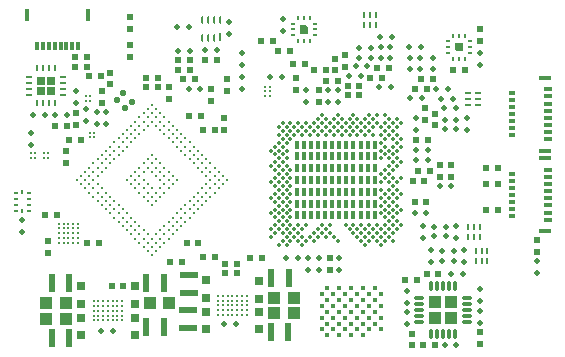
<source format=gbp>
G04*
G04 #@! TF.GenerationSoftware,Altium Limited,Altium Designer,19.0.15 (446)*
G04*
G04 Layer_Color=8421504*
%FSLAX24Y24*%
%MOIN*%
G70*
G01*
G75*
%ADD19R,0.0433X0.0433*%
%ADD20R,0.0433X0.0433*%
%ADD22R,0.0197X0.0197*%
G04:AMPARAMS|DCode=23|XSize=19.7mil|YSize=19.7mil|CornerRadius=6.9mil|HoleSize=0mil|Usage=FLASHONLY|Rotation=180.000|XOffset=0mil|YOffset=0mil|HoleType=Round|Shape=RoundedRectangle|*
%AMROUNDEDRECTD23*
21,1,0.0197,0.0059,0,0,180.0*
21,1,0.0059,0.0197,0,0,180.0*
1,1,0.0138,-0.0030,0.0030*
1,1,0.0138,0.0030,0.0030*
1,1,0.0138,0.0030,-0.0030*
1,1,0.0138,-0.0030,-0.0030*
%
%ADD23ROUNDEDRECTD23*%
%ADD25C,0.0079*%
%ADD26R,0.0315X0.0315*%
%ADD28R,0.0197X0.0197*%
%ADD29R,0.0630X0.0197*%
G04:AMPARAMS|DCode=33|XSize=19.7mil|YSize=19.7mil|CornerRadius=6.9mil|HoleSize=0mil|Usage=FLASHONLY|Rotation=90.000|XOffset=0mil|YOffset=0mil|HoleType=Round|Shape=RoundedRectangle|*
%AMROUNDEDRECTD33*
21,1,0.0197,0.0059,0,0,90.0*
21,1,0.0059,0.0197,0,0,90.0*
1,1,0.0138,0.0030,0.0030*
1,1,0.0138,0.0030,-0.0030*
1,1,0.0138,-0.0030,-0.0030*
1,1,0.0138,-0.0030,0.0030*
%
%ADD33ROUNDEDRECTD33*%
%ADD34O,0.0110X0.0354*%
%ADD35O,0.0354X0.0110*%
%ADD41R,0.0400X0.0400*%
%ADD58C,0.0138*%
%ADD138R,0.0197X0.0118*%
%ADD139R,0.0256X0.0118*%
%ADD140R,0.0394X0.0138*%
%ADD141R,0.0098X0.0138*%
%ADD142R,0.0138X0.0098*%
G04:AMPARAMS|DCode=145|XSize=9.8mil|YSize=21.7mil|CornerRadius=2.5mil|HoleSize=0mil|Usage=FLASHONLY|Rotation=90.000|XOffset=0mil|YOffset=0mil|HoleType=Round|Shape=RoundedRectangle|*
%AMROUNDEDRECTD145*
21,1,0.0098,0.0167,0,0,90.0*
21,1,0.0049,0.0217,0,0,90.0*
1,1,0.0049,0.0084,0.0025*
1,1,0.0049,0.0084,-0.0025*
1,1,0.0049,-0.0084,-0.0025*
1,1,0.0049,-0.0084,0.0025*
%
%ADD145ROUNDEDRECTD145*%
%ADD146C,0.0157*%
%ADD147R,0.0197X0.0630*%
%ADD149O,0.0217X0.0098*%
%ADD150O,0.0098X0.0217*%
G04:AMPARAMS|DCode=153|XSize=19.7mil|YSize=19.7mil|CornerRadius=6.9mil|HoleSize=0mil|Usage=FLASHONLY|Rotation=135.000|XOffset=0mil|YOffset=0mil|HoleType=Round|Shape=RoundedRectangle|*
%AMROUNDEDRECTD153*
21,1,0.0197,0.0059,0,0,135.0*
21,1,0.0059,0.0197,0,0,135.0*
1,1,0.0138,0.0000,0.0042*
1,1,0.0138,0.0042,0.0000*
1,1,0.0138,0.0000,-0.0042*
1,1,0.0138,-0.0042,0.0000*
%
%ADD153ROUNDEDRECTD153*%
G04:AMPARAMS|DCode=154|XSize=9.8mil|YSize=21.7mil|CornerRadius=2.5mil|HoleSize=0mil|Usage=FLASHONLY|Rotation=0.000|XOffset=0mil|YOffset=0mil|HoleType=Round|Shape=RoundedRectangle|*
%AMROUNDEDRECTD154*
21,1,0.0098,0.0167,0,0,0.0*
21,1,0.0049,0.0217,0,0,0.0*
1,1,0.0049,0.0025,-0.0084*
1,1,0.0049,-0.0025,-0.0084*
1,1,0.0049,-0.0025,0.0084*
1,1,0.0049,0.0025,0.0084*
%
%ADD154ROUNDEDRECTD154*%
%ADD155O,0.0197X0.0098*%
%ADD156O,0.0098X0.0197*%
%ADD162C,0.0098*%
%ADD163R,0.0118X0.0276*%
%ADD164R,0.0157X0.0394*%
%ADD196R,0.0276X0.0276*%
%ADD197R,0.0276X0.0276*%
%ADD198R,0.0118X0.0276*%
G04:AMPARAMS|DCode=199|XSize=29.9mil|YSize=8.3mil|CornerRadius=1.7mil|HoleSize=0mil|Usage=FLASHONLY|Rotation=90.000|XOffset=0mil|YOffset=0mil|HoleType=Round|Shape=RoundedRectangle|*
%AMROUNDEDRECTD199*
21,1,0.0299,0.0049,0,0,90.0*
21,1,0.0266,0.0083,0,0,90.0*
1,1,0.0033,0.0025,0.0133*
1,1,0.0033,0.0025,-0.0133*
1,1,0.0033,-0.0025,-0.0133*
1,1,0.0033,-0.0025,0.0133*
%
%ADD199ROUNDEDRECTD199*%
G04:AMPARAMS|DCode=200|XSize=26mil|YSize=8.3mil|CornerRadius=1.7mil|HoleSize=0mil|Usage=FLASHONLY|Rotation=90.000|XOffset=0mil|YOffset=0mil|HoleType=Round|Shape=RoundedRectangle|*
%AMROUNDEDRECTD200*
21,1,0.0260,0.0049,0,0,90.0*
21,1,0.0226,0.0083,0,0,90.0*
1,1,0.0033,0.0025,0.0113*
1,1,0.0033,0.0025,-0.0113*
1,1,0.0033,-0.0025,-0.0113*
1,1,0.0033,-0.0025,0.0113*
%
%ADD200ROUNDEDRECTD200*%
G36*
X45650Y46654D02*
Y46447D01*
X45374D01*
Y46723D01*
X45581D01*
X45650Y46654D01*
D02*
G37*
G36*
X50551Y45925D02*
Y46132D01*
X50827D01*
Y45856D01*
X50620D01*
X50551Y45925D01*
D02*
G37*
G54D19*
X49872Y37510D02*
D03*
X50423Y36959D02*
D03*
G54D20*
X49872Y36959D02*
D03*
X50423Y37510D02*
D03*
G54D22*
X38091Y42884D02*
D03*
X37697D02*
D03*
X45856Y45226D02*
D03*
X46250D02*
D03*
X42208Y45570D02*
D03*
X42602D02*
D03*
X42146Y43235D02*
D03*
X42539D02*
D03*
X51988Y41978D02*
D03*
X51594D02*
D03*
Y41427D02*
D03*
X51988D02*
D03*
X51594Y40571D02*
D03*
X51988D02*
D03*
X47362Y44715D02*
D03*
X46968D02*
D03*
X49813Y44921D02*
D03*
X49419D02*
D03*
X47362Y44400D02*
D03*
X46968D02*
D03*
X49616Y44606D02*
D03*
X49222D02*
D03*
X48120Y44971D02*
D03*
X47726D02*
D03*
X48337Y45305D02*
D03*
X47943D02*
D03*
X49528Y41536D02*
D03*
X49134D02*
D03*
X41319Y45236D02*
D03*
X41713D02*
D03*
X49892Y36053D02*
D03*
X49498D02*
D03*
X48888Y38238D02*
D03*
X49282D02*
D03*
X50000Y38425D02*
D03*
X49606D02*
D03*
X50039Y42057D02*
D03*
X50433D02*
D03*
X49311Y41860D02*
D03*
X49705D02*
D03*
X38681Y39459D02*
D03*
X38287D02*
D03*
X42884Y38780D02*
D03*
X43278D02*
D03*
X38268Y45660D02*
D03*
X37874D02*
D03*
X37874Y45345D02*
D03*
X38268D02*
D03*
X38750Y45030D02*
D03*
X38356D02*
D03*
X36890Y40413D02*
D03*
X37283D02*
D03*
X37224Y43356D02*
D03*
X37618D02*
D03*
X44085Y46211D02*
D03*
X44478D02*
D03*
X43720Y38957D02*
D03*
X44114D02*
D03*
X42894Y38465D02*
D03*
X43287D02*
D03*
X42156Y38986D02*
D03*
X42549D02*
D03*
X41604Y39459D02*
D03*
X41998D02*
D03*
X42087Y43711D02*
D03*
X41693D02*
D03*
X40640Y44980D02*
D03*
X40246D02*
D03*
X40640Y44665D02*
D03*
X40246D02*
D03*
X45148Y45423D02*
D03*
X45541D02*
D03*
X41713Y45551D02*
D03*
X41319D02*
D03*
X45049Y45856D02*
D03*
X44656D02*
D03*
X39498Y38022D02*
D03*
X39104D02*
D03*
X41870Y44921D02*
D03*
X41476D02*
D03*
X49636Y42904D02*
D03*
X49242D02*
D03*
X50886Y45217D02*
D03*
X50492D02*
D03*
X49596Y40817D02*
D03*
X49203D02*
D03*
X46644Y44882D02*
D03*
X46250D02*
D03*
X50433Y41683D02*
D03*
X50039D02*
D03*
X41437Y38829D02*
D03*
X41043D02*
D03*
G54D23*
X42208Y45904D02*
D03*
X42602D02*
D03*
X50423Y38425D02*
D03*
X50817D02*
D03*
X50600Y36053D02*
D03*
X50207D02*
D03*
X38740Y36545D02*
D03*
X39134D02*
D03*
X42864Y36782D02*
D03*
X43258D02*
D03*
X50248Y39687D02*
D03*
X50246Y40000D02*
D03*
X50433Y41358D02*
D03*
X50039D02*
D03*
X36496Y43721D02*
D03*
X36890D02*
D03*
X37224D02*
D03*
X37618D02*
D03*
X50207Y43583D02*
D03*
X50600D02*
D03*
X49419Y45984D02*
D03*
X49026D02*
D03*
X41673Y46654D02*
D03*
X41280D02*
D03*
X42067Y44597D02*
D03*
X41673D02*
D03*
X49636Y42569D02*
D03*
X49242D02*
D03*
X49636Y42244D02*
D03*
X49242D02*
D03*
X45315Y38967D02*
D03*
X44921D02*
D03*
X49203Y40482D02*
D03*
X49596D02*
D03*
X49065Y44291D02*
D03*
X44380Y44990D02*
D03*
X44774D02*
D03*
X49931Y44606D02*
D03*
X50325D02*
D03*
X50600Y43268D02*
D03*
X50207D02*
D03*
X50089Y44272D02*
D03*
X50482D02*
D03*
X50581Y43957D02*
D03*
X50187D02*
D03*
X47628Y45354D02*
D03*
X47234D02*
D03*
X47346Y45650D02*
D03*
X47739D02*
D03*
X48435Y46349D02*
D03*
X48041D02*
D03*
X41713Y45866D02*
D03*
X41319D02*
D03*
X47411Y45030D02*
D03*
X47018D02*
D03*
X47736Y45965D02*
D03*
X47343D02*
D03*
X50117Y39187D02*
D03*
Y38872D02*
D03*
X50511Y39187D02*
D03*
Y38872D02*
D03*
X49852Y40000D02*
D03*
X49854Y39687D02*
D03*
X49459Y44291D02*
D03*
X48406Y44656D02*
D03*
X48012D02*
D03*
G54D25*
X38258Y44351D02*
D03*
Y44213D02*
D03*
X38396Y44351D02*
D03*
Y44213D02*
D03*
X38530Y43002D02*
D03*
Y43140D02*
D03*
X38392Y43002D02*
D03*
Y43140D02*
D03*
X39449Y37520D02*
D03*
X38504Y36890D02*
D03*
Y37047D02*
D03*
Y37205D02*
D03*
Y37362D02*
D03*
Y37520D02*
D03*
X39449Y37205D02*
D03*
Y37362D02*
D03*
X39134Y36890D02*
D03*
Y37047D02*
D03*
Y37205D02*
D03*
Y37362D02*
D03*
Y37520D02*
D03*
X39449Y36890D02*
D03*
X39291D02*
D03*
Y37047D02*
D03*
Y37205D02*
D03*
Y37362D02*
D03*
Y37520D02*
D03*
X38661Y36890D02*
D03*
Y37047D02*
D03*
Y37205D02*
D03*
X39449Y37047D02*
D03*
X38661Y37362D02*
D03*
Y37520D02*
D03*
X38976D02*
D03*
Y37362D02*
D03*
Y37205D02*
D03*
Y37047D02*
D03*
Y36890D02*
D03*
X38819Y37520D02*
D03*
Y37362D02*
D03*
Y37205D02*
D03*
Y37047D02*
D03*
Y36890D02*
D03*
X42972Y37077D02*
D03*
Y37234D02*
D03*
Y37392D02*
D03*
Y37549D02*
D03*
Y37707D02*
D03*
X43130Y37077D02*
D03*
Y37234D02*
D03*
Y37392D02*
D03*
Y37549D02*
D03*
Y37707D02*
D03*
X42815D02*
D03*
Y37549D02*
D03*
X43602Y37234D02*
D03*
X42815Y37392D02*
D03*
Y37234D02*
D03*
Y37077D02*
D03*
X43445Y37707D02*
D03*
Y37549D02*
D03*
Y37392D02*
D03*
Y37234D02*
D03*
Y37077D02*
D03*
X43602D02*
D03*
X43287Y37707D02*
D03*
Y37549D02*
D03*
Y37392D02*
D03*
Y37234D02*
D03*
Y37077D02*
D03*
X43602Y37549D02*
D03*
Y37392D02*
D03*
X42657Y37707D02*
D03*
Y37549D02*
D03*
Y37392D02*
D03*
Y37234D02*
D03*
Y37077D02*
D03*
X43602Y37707D02*
D03*
X37982Y39478D02*
D03*
X37352Y40108D02*
D03*
X37510D02*
D03*
X37667D02*
D03*
X37825D02*
D03*
X37982D02*
D03*
X37667Y39478D02*
D03*
X37825D02*
D03*
X37352Y39793D02*
D03*
X37510D02*
D03*
X37667D02*
D03*
X37825D02*
D03*
X37982D02*
D03*
X37352Y39478D02*
D03*
Y39636D02*
D03*
X37510D02*
D03*
X37667D02*
D03*
X37825D02*
D03*
X37982D02*
D03*
X37352Y39951D02*
D03*
X37510D02*
D03*
X37667D02*
D03*
X37510Y39478D02*
D03*
X37825Y39951D02*
D03*
X37982D02*
D03*
X44232Y44360D02*
D03*
X44390D02*
D03*
Y44675D02*
D03*
X44232D02*
D03*
X44390Y44518D02*
D03*
X44232D02*
D03*
X36555Y42313D02*
D03*
Y42451D02*
D03*
X36417Y42313D02*
D03*
Y42451D02*
D03*
X36988Y42313D02*
D03*
Y42451D02*
D03*
X36850Y42313D02*
D03*
Y42451D02*
D03*
G54D26*
X42244Y37628D02*
D03*
Y38219D02*
D03*
Y37175D02*
D03*
Y36585D02*
D03*
X44016Y37175D02*
D03*
Y36585D02*
D03*
Y37608D02*
D03*
Y38199D02*
D03*
X38081Y36978D02*
D03*
Y36388D02*
D03*
Y37441D02*
D03*
Y38032D02*
D03*
X39872Y36978D02*
D03*
Y36388D02*
D03*
Y37431D02*
D03*
Y38022D02*
D03*
G54D28*
X37598Y42520D02*
D03*
Y42126D02*
D03*
X42854Y43238D02*
D03*
Y43632D02*
D03*
X49557Y43583D02*
D03*
Y43976D02*
D03*
X49872Y43386D02*
D03*
Y43780D02*
D03*
X49124Y36447D02*
D03*
Y36053D02*
D03*
X46565Y45610D02*
D03*
Y45217D02*
D03*
X51368Y36486D02*
D03*
Y36093D02*
D03*
X46900Y45345D02*
D03*
Y45738D02*
D03*
X37933Y43415D02*
D03*
Y43809D02*
D03*
X46014Y44567D02*
D03*
Y44173D02*
D03*
X45266Y44557D02*
D03*
Y44951D02*
D03*
X36998Y39124D02*
D03*
Y39518D02*
D03*
X39065Y45148D02*
D03*
Y44754D02*
D03*
X39715Y46063D02*
D03*
Y45669D02*
D03*
Y46998D02*
D03*
Y46604D02*
D03*
X38770Y44144D02*
D03*
Y44538D02*
D03*
X41004Y44675D02*
D03*
Y44282D02*
D03*
X42430Y44201D02*
D03*
Y44595D02*
D03*
X51388Y46191D02*
D03*
Y46585D02*
D03*
X53297Y39567D02*
D03*
Y39173D02*
D03*
X46368Y38573D02*
D03*
Y38967D02*
D03*
X42943Y44921D02*
D03*
Y44528D02*
D03*
G54D29*
X41654Y37225D02*
D03*
Y36634D02*
D03*
X41673Y38406D02*
D03*
Y37815D02*
D03*
G54D33*
X36122Y40217D02*
D03*
Y39823D02*
D03*
X43022Y46427D02*
D03*
Y46821D02*
D03*
X50935Y43228D02*
D03*
Y43622D02*
D03*
X51368Y37195D02*
D03*
Y36801D02*
D03*
Y37943D02*
D03*
Y37549D02*
D03*
X48947Y37874D02*
D03*
Y37480D02*
D03*
Y36762D02*
D03*
Y37156D02*
D03*
X50600Y39646D02*
D03*
Y40040D02*
D03*
X49498Y39646D02*
D03*
Y40040D02*
D03*
X44803Y46929D02*
D03*
Y46536D02*
D03*
X37913Y44518D02*
D03*
Y44124D02*
D03*
X45581Y44163D02*
D03*
Y44557D02*
D03*
X43435Y44597D02*
D03*
Y44990D02*
D03*
Y45413D02*
D03*
Y45807D02*
D03*
X46644Y44173D02*
D03*
Y44567D02*
D03*
X46329Y44173D02*
D03*
Y44567D02*
D03*
X45659Y38967D02*
D03*
Y38573D02*
D03*
X46014Y38967D02*
D03*
Y38573D02*
D03*
X46683Y38967D02*
D03*
Y38573D02*
D03*
X49380Y45256D02*
D03*
X49065D02*
D03*
X49813D02*
D03*
Y45650D02*
D03*
X49242Y43642D02*
D03*
Y43248D02*
D03*
X48081Y46014D02*
D03*
Y45620D02*
D03*
X48396Y46014D02*
D03*
Y45620D02*
D03*
X38917Y43445D02*
D03*
Y43839D02*
D03*
X38602Y43445D02*
D03*
Y43839D02*
D03*
X38258Y43927D02*
D03*
Y43534D02*
D03*
X51388Y45404D02*
D03*
Y45797D02*
D03*
X50865Y39232D02*
D03*
Y38838D02*
D03*
X49763Y39232D02*
D03*
Y38838D02*
D03*
X49380Y45650D02*
D03*
X49065D02*
D03*
X36417Y43130D02*
D03*
Y42736D02*
D03*
X53297Y38858D02*
D03*
Y38465D02*
D03*
G54D34*
X50541Y38022D02*
D03*
X50344D02*
D03*
X50148D02*
D03*
X49951D02*
D03*
X49754D02*
D03*
Y36447D02*
D03*
X49951D02*
D03*
X50148D02*
D03*
X50344D02*
D03*
X50541D02*
D03*
G54D35*
X49360Y37628D02*
D03*
Y37431D02*
D03*
Y37234D02*
D03*
Y37038D02*
D03*
Y36841D02*
D03*
X50935D02*
D03*
Y37038D02*
D03*
Y37234D02*
D03*
Y37431D02*
D03*
Y37628D02*
D03*
G54D41*
X44528Y37648D02*
D03*
X45168D02*
D03*
X44528Y37136D02*
D03*
X45168D02*
D03*
X36929Y37480D02*
D03*
X37569D02*
D03*
Y36929D02*
D03*
X36929D02*
D03*
X41024Y37480D02*
D03*
X40384D02*
D03*
G54D58*
X48476Y41368D02*
D03*
X48607Y41237D02*
D03*
X46116Y43728D02*
D03*
X46640D02*
D03*
X47165D02*
D03*
X47689D02*
D03*
X47951D02*
D03*
X48214D02*
D03*
X48345Y43597D02*
D03*
X47820D02*
D03*
X47558D02*
D03*
X47296D02*
D03*
X47034D02*
D03*
X46771D02*
D03*
X46509D02*
D03*
X48607D02*
D03*
X46247D02*
D03*
X45985D02*
D03*
X48476Y43466D02*
D03*
X48214D02*
D03*
X47951D02*
D03*
X47689D02*
D03*
X47427D02*
D03*
X47165D02*
D03*
X46903D02*
D03*
X46640D02*
D03*
X48738D02*
D03*
X46378D02*
D03*
X46116D02*
D03*
X45854D02*
D03*
X45592D02*
D03*
X45329D02*
D03*
X45067D02*
D03*
X44805D02*
D03*
X48345Y43335D02*
D03*
X48082D02*
D03*
X47820D02*
D03*
X47558D02*
D03*
X47296D02*
D03*
X47034D02*
D03*
X46771D02*
D03*
X46509D02*
D03*
X48607D02*
D03*
X46247D02*
D03*
X45985D02*
D03*
X45723D02*
D03*
X45460D02*
D03*
X45198D02*
D03*
X44936D02*
D03*
X44674D02*
D03*
X48476Y43204D02*
D03*
X48214D02*
D03*
X47689D02*
D03*
X47427D02*
D03*
X47165D02*
D03*
X46903D02*
D03*
X46640D02*
D03*
X46378D02*
D03*
X46116D02*
D03*
X45854D02*
D03*
X45592D02*
D03*
X45329D02*
D03*
X45067D02*
D03*
X44805D02*
D03*
X48345Y43073D02*
D03*
X48082D02*
D03*
X47820D02*
D03*
X47558D02*
D03*
X47296D02*
D03*
X47034D02*
D03*
X46771D02*
D03*
X46509D02*
D03*
X48607D02*
D03*
X46247D02*
D03*
X45985D02*
D03*
X45723D02*
D03*
X45460D02*
D03*
X45198D02*
D03*
X44936D02*
D03*
X44674D02*
D03*
Y39402D02*
D03*
X44936D02*
D03*
X45460D02*
D03*
X46640Y39533D02*
D03*
X46247Y39664D02*
D03*
X47558Y39402D02*
D03*
X48082D02*
D03*
X44805Y39533D02*
D03*
X45067D02*
D03*
X45329D02*
D03*
X45592D02*
D03*
X45854D02*
D03*
X47427D02*
D03*
X47689D02*
D03*
X47951D02*
D03*
X48214D02*
D03*
X48476D02*
D03*
X44412Y39664D02*
D03*
X44936D02*
D03*
X45198D02*
D03*
X45460D02*
D03*
X45723D02*
D03*
X45985D02*
D03*
X46509D02*
D03*
X47296D02*
D03*
X47558D02*
D03*
X47820D02*
D03*
X48082D02*
D03*
X48345D02*
D03*
X44543Y39795D02*
D03*
X44805D02*
D03*
X45067D02*
D03*
X45329D02*
D03*
X45854D02*
D03*
X46116D02*
D03*
X46378D02*
D03*
X47165D02*
D03*
X47427D02*
D03*
X47689D02*
D03*
X47951D02*
D03*
X48214D02*
D03*
X48476D02*
D03*
X44412Y39926D02*
D03*
X44674D02*
D03*
X44936D02*
D03*
X45198D02*
D03*
X45460D02*
D03*
X45985D02*
D03*
X46247D02*
D03*
X48607D02*
D03*
X47034D02*
D03*
X47296D02*
D03*
X47558D02*
D03*
X47820D02*
D03*
X48082D02*
D03*
X48345D02*
D03*
X48476Y40057D02*
D03*
X48214D02*
D03*
X47951D02*
D03*
X47689D02*
D03*
X47427D02*
D03*
X47165D02*
D03*
X46903D02*
D03*
X46378D02*
D03*
X48738D02*
D03*
X46116D02*
D03*
X45592D02*
D03*
X45329D02*
D03*
X45067D02*
D03*
X44805D02*
D03*
X44543D02*
D03*
X48607Y42286D02*
D03*
X48082D02*
D03*
X48345D02*
D03*
X48214Y42417D02*
D03*
X48476D02*
D03*
X48607Y42548D02*
D03*
X48082D02*
D03*
X48345D02*
D03*
X48738Y42679D02*
D03*
X48214D02*
D03*
X48476D02*
D03*
X48607Y42811D02*
D03*
X48082D02*
D03*
X48476Y42942D02*
D03*
X48214D02*
D03*
X48738D02*
D03*
X48607Y41500D02*
D03*
X48082D02*
D03*
X48345D02*
D03*
X48738Y41631D02*
D03*
X48214D02*
D03*
X48476D02*
D03*
X48082Y41762D02*
D03*
X48345D02*
D03*
X48214Y41893D02*
D03*
X48476D02*
D03*
X48607Y42024D02*
D03*
X48345D02*
D03*
X48476Y42155D02*
D03*
X48738D02*
D03*
X48607Y40713D02*
D03*
X48082D02*
D03*
X48345D02*
D03*
X48214Y40844D02*
D03*
X48476D02*
D03*
X48607Y40975D02*
D03*
X48082D02*
D03*
X48345D02*
D03*
X48738Y41106D02*
D03*
X48214D02*
D03*
X48476D02*
D03*
X48082Y41237D02*
D03*
X48345D02*
D03*
X48476Y40582D02*
D03*
X48214D02*
D03*
X48738D02*
D03*
X48345Y40451D02*
D03*
X48082D02*
D03*
X48607D02*
D03*
X48476Y40320D02*
D03*
X48214D02*
D03*
X48345Y40188D02*
D03*
X48607D02*
D03*
X44936D02*
D03*
X44674D02*
D03*
X45067Y40320D02*
D03*
X44543D02*
D03*
X44805D02*
D03*
X44936Y40451D02*
D03*
X44412D02*
D03*
X44674D02*
D03*
X45067Y40582D02*
D03*
X44543D02*
D03*
X44805D02*
D03*
X45067Y41368D02*
D03*
X44543D02*
D03*
X44805D02*
D03*
X44674Y41237D02*
D03*
X44936D02*
D03*
X44805Y41106D02*
D03*
X44543D02*
D03*
X45067D02*
D03*
X44674Y40975D02*
D03*
X44412D02*
D03*
X44936D02*
D03*
X44805Y40844D02*
D03*
X44543D02*
D03*
X45067D02*
D03*
X44674Y40713D02*
D03*
X44936D02*
D03*
X44543Y42155D02*
D03*
X44805D02*
D03*
X44674Y42024D02*
D03*
X44412D02*
D03*
X44936D02*
D03*
X44805Y41893D02*
D03*
X44543D02*
D03*
X45067D02*
D03*
X44674Y41762D02*
D03*
X44936D02*
D03*
X44805Y41631D02*
D03*
X44543D02*
D03*
X45067D02*
D03*
X44674Y41500D02*
D03*
X44412D02*
D03*
X44936D02*
D03*
X45067Y42942D02*
D03*
X44805D02*
D03*
X44674Y42811D02*
D03*
X44936D02*
D03*
X44805Y42679D02*
D03*
X44543D02*
D03*
X44674Y42548D02*
D03*
X44412D02*
D03*
X44936D02*
D03*
X44805Y42417D02*
D03*
X44543D02*
D03*
X44674Y42286D02*
D03*
X44936D02*
D03*
G54D138*
X52450Y43051D02*
D03*
Y43996D02*
D03*
Y44469D02*
D03*
Y44233D02*
D03*
Y43524D02*
D03*
Y43288D02*
D03*
Y43760D02*
D03*
X52455Y41073D02*
D03*
Y40601D02*
D03*
Y40837D02*
D03*
Y41545D02*
D03*
Y41782D02*
D03*
Y41309D02*
D03*
Y40364D02*
D03*
G54D139*
X53657Y42933D02*
D03*
Y44114D02*
D03*
Y44587D02*
D03*
Y44351D02*
D03*
Y43878D02*
D03*
Y43642D02*
D03*
Y43406D02*
D03*
Y43169D02*
D03*
X53661Y40482D02*
D03*
Y40719D02*
D03*
Y40955D02*
D03*
Y41191D02*
D03*
Y41663D02*
D03*
Y41900D02*
D03*
Y41427D02*
D03*
Y40246D02*
D03*
G54D140*
X53552Y42549D02*
D03*
Y44971D02*
D03*
X53557Y42284D02*
D03*
Y39862D02*
D03*
G54D141*
X36122Y41156D02*
D03*
Y40518D02*
D03*
G54D142*
X35902Y40935D02*
D03*
Y40738D02*
D03*
Y40541D02*
D03*
X36343D02*
D03*
Y40738D02*
D03*
Y40935D02*
D03*
X35902Y41132D02*
D03*
X36343D02*
D03*
G54D145*
X50994Y44065D02*
D03*
X51329D02*
D03*
Y44459D02*
D03*
Y44262D02*
D03*
X50994Y44459D02*
D03*
Y44262D02*
D03*
G54D146*
X46102Y36585D02*
D03*
Y37372D02*
D03*
Y36978D02*
D03*
Y37766D02*
D03*
X48071Y37372D02*
D03*
Y37766D02*
D03*
X47283Y36585D02*
D03*
Y36978D02*
D03*
Y37372D02*
D03*
Y37766D02*
D03*
X47677Y36585D02*
D03*
Y36978D02*
D03*
Y37372D02*
D03*
Y37766D02*
D03*
X48071Y36585D02*
D03*
X46890Y37766D02*
D03*
Y37372D02*
D03*
Y36978D02*
D03*
Y36585D02*
D03*
X46496Y37766D02*
D03*
Y37372D02*
D03*
Y36978D02*
D03*
Y36585D02*
D03*
X48071Y36978D02*
D03*
X47874Y37963D02*
D03*
X47087D02*
D03*
X47480D02*
D03*
X46693D02*
D03*
X46299D02*
D03*
X47874Y37175D02*
D03*
Y37569D02*
D03*
X47087Y36388D02*
D03*
Y36782D02*
D03*
Y37175D02*
D03*
Y37569D02*
D03*
X47480Y36388D02*
D03*
Y36782D02*
D03*
Y37175D02*
D03*
Y37569D02*
D03*
X47874Y36782D02*
D03*
X46693Y37569D02*
D03*
Y37175D02*
D03*
Y36782D02*
D03*
Y36388D02*
D03*
X46299Y37569D02*
D03*
Y37175D02*
D03*
Y36782D02*
D03*
Y36388D02*
D03*
G54D147*
X45000Y36516D02*
D03*
X44409D02*
D03*
X45010Y38288D02*
D03*
X44419D02*
D03*
X37106Y38120D02*
D03*
X37697D02*
D03*
X37106Y36289D02*
D03*
X37697D02*
D03*
X40846Y38120D02*
D03*
X40256D02*
D03*
X40846Y36683D02*
D03*
X40256D02*
D03*
G54D149*
X37500Y45000D02*
D03*
Y44803D02*
D03*
Y44606D02*
D03*
Y44410D02*
D03*
X36339D02*
D03*
Y44606D02*
D03*
Y44803D02*
D03*
Y45000D02*
D03*
G54D150*
X37215Y44124D02*
D03*
X37018D02*
D03*
X36821D02*
D03*
X36624D02*
D03*
Y45286D02*
D03*
X36821D02*
D03*
X37018D02*
D03*
X37215D02*
D03*
G54D153*
X39776Y44180D02*
D03*
X39498Y44459D02*
D03*
X39557Y43957D02*
D03*
X39279Y44235D02*
D03*
G54D154*
X51368Y39670D02*
D03*
X51171D02*
D03*
X50974D02*
D03*
X51368Y40005D02*
D03*
X51171D02*
D03*
X50974D02*
D03*
X47530Y47077D02*
D03*
X47726D02*
D03*
X47923D02*
D03*
X47530Y46742D02*
D03*
X47726D02*
D03*
X47923D02*
D03*
X51633Y38862D02*
D03*
X51436D02*
D03*
X51239D02*
D03*
X51633Y39197D02*
D03*
X51436D02*
D03*
X51239D02*
D03*
G54D155*
X50311Y45797D02*
D03*
Y45994D02*
D03*
Y46191D02*
D03*
X51067D02*
D03*
Y45994D02*
D03*
Y45797D02*
D03*
X45134Y46782D02*
D03*
Y46585D02*
D03*
Y46388D02*
D03*
X45890D02*
D03*
Y46585D02*
D03*
Y46782D02*
D03*
G54D156*
X50492Y46372D02*
D03*
X50689D02*
D03*
X50886D02*
D03*
Y45616D02*
D03*
X50689D02*
D03*
X50492D02*
D03*
X45709Y46963D02*
D03*
X45512D02*
D03*
X45315D02*
D03*
Y46207D02*
D03*
X45512D02*
D03*
X45709D02*
D03*
G54D162*
X40866Y43096D02*
D03*
X40727Y43235D02*
D03*
X40588Y43375D02*
D03*
X40727Y43514D02*
D03*
X37943Y41565D02*
D03*
X38082Y41426D02*
D03*
X38221Y41287D02*
D03*
X38360Y41147D02*
D03*
X38500Y41008D02*
D03*
X38639Y40869D02*
D03*
X38778Y40730D02*
D03*
X38917Y40591D02*
D03*
X39056Y40452D02*
D03*
X39196Y40312D02*
D03*
X39335Y40173D02*
D03*
X39474Y40034D02*
D03*
X39613Y39895D02*
D03*
X39752Y39756D02*
D03*
X39892Y39616D02*
D03*
X40031Y39477D02*
D03*
X40170Y39338D02*
D03*
X40309Y39199D02*
D03*
X40448Y39060D02*
D03*
X38082Y41704D02*
D03*
X38221Y41565D02*
D03*
X38360Y41426D02*
D03*
X38500Y41287D02*
D03*
X38639Y41147D02*
D03*
X38778Y41008D02*
D03*
X38917Y40869D02*
D03*
X39056Y40730D02*
D03*
X39196Y40591D02*
D03*
X39335Y40452D02*
D03*
X39474Y40312D02*
D03*
X39613Y40173D02*
D03*
X39752Y40034D02*
D03*
X39892Y39895D02*
D03*
X40031Y39756D02*
D03*
X40170Y39616D02*
D03*
X40309Y39477D02*
D03*
X40448Y39338D02*
D03*
X40588Y39199D02*
D03*
X38221Y41843D02*
D03*
X38361Y41704D02*
D03*
X38500Y41565D02*
D03*
X38639Y41426D02*
D03*
X38778Y41287D02*
D03*
X38917Y41147D02*
D03*
X39056Y41008D02*
D03*
X39196Y40869D02*
D03*
X39335Y40730D02*
D03*
X39474Y40591D02*
D03*
X39613Y40452D02*
D03*
X39752Y40312D02*
D03*
X39892Y40173D02*
D03*
X40031Y40034D02*
D03*
X40170Y39895D02*
D03*
X40309Y39756D02*
D03*
X40448Y39616D02*
D03*
X40588Y39477D02*
D03*
X40727Y39338D02*
D03*
X38361Y41983D02*
D03*
X38500Y41843D02*
D03*
X38639Y41704D02*
D03*
X40588Y39756D02*
D03*
X40727Y39616D02*
D03*
X40866Y39477D02*
D03*
X38500Y42122D02*
D03*
X38639Y41983D02*
D03*
X38778Y41843D02*
D03*
X40727Y39895D02*
D03*
X40866Y39756D02*
D03*
X41005Y39616D02*
D03*
X38639Y42261D02*
D03*
X38778Y42122D02*
D03*
X38917Y41983D02*
D03*
X40866Y40034D02*
D03*
X41005Y39895D02*
D03*
X41144Y39756D02*
D03*
X38778Y42400D02*
D03*
X38917Y42261D02*
D03*
X39056Y42122D02*
D03*
X39613Y41565D02*
D03*
X39752Y41426D02*
D03*
X39892Y41287D02*
D03*
X40031Y41147D02*
D03*
X40170Y41008D02*
D03*
X40309Y40869D02*
D03*
X40448Y40730D02*
D03*
X41005Y40173D02*
D03*
X41144Y40034D02*
D03*
X41284Y39895D02*
D03*
X38917Y42539D02*
D03*
X39196Y42261D02*
D03*
X39752Y41704D02*
D03*
X39892Y41565D02*
D03*
X40031Y41426D02*
D03*
X40170Y41287D02*
D03*
X40309Y41147D02*
D03*
X40448Y41008D02*
D03*
X40588Y40869D02*
D03*
X41144Y40312D02*
D03*
X41284Y40173D02*
D03*
X41423Y40034D02*
D03*
X39056Y42679D02*
D03*
X39335Y42400D02*
D03*
X39892Y41843D02*
D03*
X40031Y41704D02*
D03*
X40170Y41565D02*
D03*
X40309Y41426D02*
D03*
X40448Y41287D02*
D03*
X40588Y41147D02*
D03*
X40727Y41008D02*
D03*
X41284Y40452D02*
D03*
X41423Y40312D02*
D03*
X41562Y40173D02*
D03*
X39196Y42818D02*
D03*
X39335Y42679D02*
D03*
X39474Y42539D02*
D03*
X40031Y41983D02*
D03*
X40170Y41843D02*
D03*
X40727Y41287D02*
D03*
X40866Y41147D02*
D03*
X41423Y40591D02*
D03*
X41562Y40452D02*
D03*
X41701Y40312D02*
D03*
X39335Y42957D02*
D03*
X39474Y42818D02*
D03*
X39613Y42679D02*
D03*
X40170Y42122D02*
D03*
X40309Y41983D02*
D03*
X40448Y41843D02*
D03*
X40588Y41704D02*
D03*
X40727Y41565D02*
D03*
X40866Y41426D02*
D03*
X41005Y41287D02*
D03*
X41562Y40730D02*
D03*
X41701Y40591D02*
D03*
X41840Y40452D02*
D03*
X39474Y43096D02*
D03*
X39613Y42957D02*
D03*
X39752Y42818D02*
D03*
X40309Y42261D02*
D03*
X40448Y42122D02*
D03*
X40588Y41983D02*
D03*
X40727Y41843D02*
D03*
X40866Y41704D02*
D03*
X41005Y41565D02*
D03*
X41144Y41426D02*
D03*
X41701Y40869D02*
D03*
X41840Y40730D02*
D03*
X41980Y40591D02*
D03*
X39613Y43235D02*
D03*
X39752Y43096D02*
D03*
X39892Y42957D02*
D03*
X40448Y42400D02*
D03*
X40588Y42261D02*
D03*
X40727Y42122D02*
D03*
X40866Y41983D02*
D03*
X41005Y41843D02*
D03*
X41144Y41704D02*
D03*
X41284Y41565D02*
D03*
X41840Y41008D02*
D03*
X41980Y40869D02*
D03*
X42119Y40730D02*
D03*
X39752Y43375D02*
D03*
X39892Y43235D02*
D03*
X40031Y43096D02*
D03*
X41980Y41147D02*
D03*
X42119Y41008D02*
D03*
X42258Y40869D02*
D03*
X39892Y43514D02*
D03*
X40031Y43375D02*
D03*
X40170Y43235D02*
D03*
X42119Y41287D02*
D03*
X42258Y41147D02*
D03*
X42397Y41008D02*
D03*
X40031Y43653D02*
D03*
X40170Y43514D02*
D03*
X40309Y43375D02*
D03*
X42258Y41426D02*
D03*
X42397Y41287D02*
D03*
X42536Y41147D02*
D03*
X40170Y43792D02*
D03*
X40309Y43653D02*
D03*
X40448Y43514D02*
D03*
X41005Y42957D02*
D03*
X41144Y42818D02*
D03*
X41284Y42679D02*
D03*
X41423Y42539D02*
D03*
X41562Y42400D02*
D03*
X41701Y42261D02*
D03*
X41840Y42122D02*
D03*
X41980Y41983D02*
D03*
X42119Y41843D02*
D03*
X42258Y41704D02*
D03*
X42397Y41565D02*
D03*
X42536Y41426D02*
D03*
X42676Y41287D02*
D03*
X40309Y43931D02*
D03*
X40448Y43792D02*
D03*
X40588Y43653D02*
D03*
X40866Y43375D02*
D03*
X41005Y43235D02*
D03*
X41144Y43096D02*
D03*
X41284Y42957D02*
D03*
X41423Y42818D02*
D03*
X41562Y42679D02*
D03*
X41701Y42539D02*
D03*
X41840Y42400D02*
D03*
X41980Y42261D02*
D03*
X42119Y42122D02*
D03*
X42258Y41983D02*
D03*
X42397Y41843D02*
D03*
X42536Y41704D02*
D03*
X42676Y41565D02*
D03*
X42815Y41426D02*
D03*
X40448Y44071D02*
D03*
X40588Y43931D02*
D03*
X40727Y43792D02*
D03*
X40866Y43653D02*
D03*
X41005Y43514D02*
D03*
X41144Y43375D02*
D03*
X41284Y43235D02*
D03*
X41423Y43096D02*
D03*
X41562Y42957D02*
D03*
X41701Y42818D02*
D03*
X41840Y42679D02*
D03*
X41980Y42539D02*
D03*
X42119Y42400D02*
D03*
X42258Y42261D02*
D03*
X42397Y42122D02*
D03*
X42536Y41983D02*
D03*
X42676Y41843D02*
D03*
X42815Y41704D02*
D03*
X42954Y41565D02*
D03*
X39196Y42539D02*
D03*
X39056Y42400D02*
D03*
G54D163*
X37994Y46034D02*
D03*
X37797D02*
D03*
X37010D02*
D03*
X37207D02*
D03*
X36813D02*
D03*
X36616D02*
D03*
X37404D02*
D03*
X37600D02*
D03*
G54D164*
X36289Y47077D02*
D03*
X38321D02*
D03*
G54D196*
X37096Y44882D02*
D03*
X36742Y44528D02*
D03*
G54D197*
X37096Y44528D02*
D03*
X36742Y44882D02*
D03*
G54D198*
X46929Y41565D02*
D03*
X46693Y41565D02*
D03*
X47402D02*
D03*
X47165Y41565D02*
D03*
X47874D02*
D03*
X47638D02*
D03*
X45512D02*
D03*
X45276D02*
D03*
X45984D02*
D03*
X45748D02*
D03*
X46457D02*
D03*
X46220D02*
D03*
X46929Y42746D02*
D03*
X46693Y42746D02*
D03*
X47402D02*
D03*
X47165Y42746D02*
D03*
X47874D02*
D03*
X47638D02*
D03*
X45512D02*
D03*
X45276D02*
D03*
X45984D02*
D03*
X45748D02*
D03*
X46457D02*
D03*
X46220D02*
D03*
X46929Y40384D02*
D03*
X46693Y40384D02*
D03*
X47402D02*
D03*
X47165Y40384D02*
D03*
X47874D02*
D03*
X47638D02*
D03*
X45512D02*
D03*
X45276D02*
D03*
X45984D02*
D03*
X45748D02*
D03*
X46457D02*
D03*
X46220D02*
D03*
X46929Y40778D02*
D03*
X46693Y40778D02*
D03*
X47402D02*
D03*
X47165Y40778D02*
D03*
X47874D02*
D03*
X47638D02*
D03*
X45512D02*
D03*
X45276D02*
D03*
X45984D02*
D03*
X45748D02*
D03*
X46457D02*
D03*
X46220D02*
D03*
X46929Y42352D02*
D03*
X46693Y42352D02*
D03*
X47402D02*
D03*
X47165Y42352D02*
D03*
X47874D02*
D03*
X47638D02*
D03*
X45512D02*
D03*
X45276D02*
D03*
X45984D02*
D03*
X45748D02*
D03*
X46457D02*
D03*
X46220D02*
D03*
X46929Y41171D02*
D03*
X46693Y41171D02*
D03*
X47402D02*
D03*
X47165Y41171D02*
D03*
X47874D02*
D03*
X47638D02*
D03*
X45512D02*
D03*
X45276D02*
D03*
X45984D02*
D03*
X45748D02*
D03*
X46457D02*
D03*
X46220D02*
D03*
X46929Y41959D02*
D03*
X46693Y41959D02*
D03*
X47402D02*
D03*
X47165Y41959D02*
D03*
X47874D02*
D03*
X47638D02*
D03*
X45512D02*
D03*
X45276D02*
D03*
X45984D02*
D03*
X45748D02*
D03*
X46457D02*
D03*
X46220D02*
D03*
D03*
X46457D02*
D03*
X45748D02*
D03*
X45984D02*
D03*
X45276D02*
D03*
X45512D02*
D03*
X47638D02*
D03*
X47874D02*
D03*
X47165D02*
D03*
X47402Y41959D02*
D03*
X46693D02*
D03*
X46929Y41959D02*
D03*
G54D199*
X42717Y46329D02*
D03*
G54D200*
X42520Y46309D02*
D03*
X42323D02*
D03*
X42126D02*
D03*
Y46900D02*
D03*
X42323D02*
D03*
X42520D02*
D03*
X42717D02*
D03*
M02*

</source>
